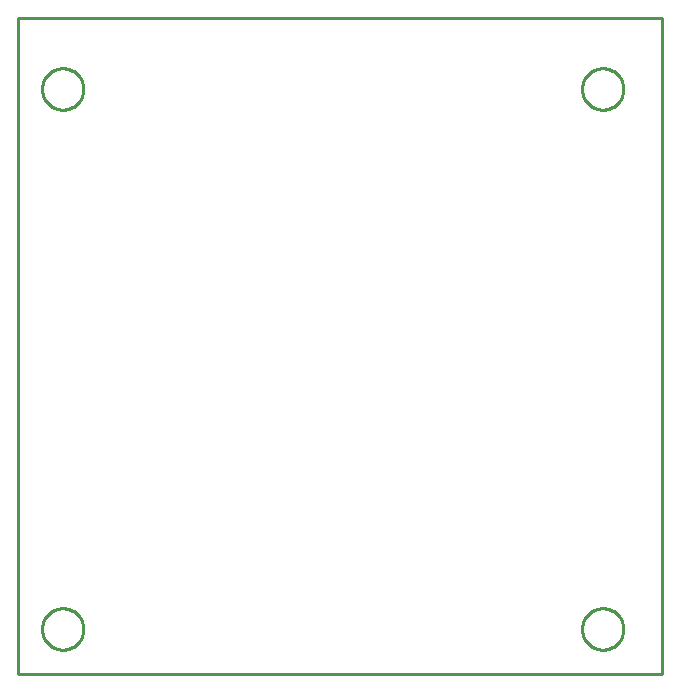
<source format=gbr>
G04 EAGLE Gerber RS-274X export*
G75*
%MOMM*%
%FSLAX34Y34*%
%LPD*%
%IN*%
%IPPOS*%
%AMOC8*
5,1,8,0,0,1.08239X$1,22.5*%
G01*
%ADD10C,0.254000*%


D10*
X0Y0D02*
X545900Y0D01*
X545900Y555500D01*
X0Y555500D01*
X0Y0D01*
X55600Y37527D02*
X55525Y36384D01*
X55376Y35248D01*
X55152Y34124D01*
X54855Y33017D01*
X54487Y31932D01*
X54049Y30874D01*
X53542Y29846D01*
X52969Y28854D01*
X52332Y27901D01*
X51635Y26992D01*
X50879Y26131D01*
X50069Y25321D01*
X49208Y24565D01*
X48299Y23868D01*
X47346Y23231D01*
X46354Y22658D01*
X45326Y22151D01*
X44268Y21713D01*
X43183Y21345D01*
X42076Y21048D01*
X40952Y20825D01*
X39816Y20675D01*
X38673Y20600D01*
X37527Y20600D01*
X36384Y20675D01*
X35248Y20825D01*
X34124Y21048D01*
X33017Y21345D01*
X31932Y21713D01*
X30874Y22151D01*
X29846Y22658D01*
X28854Y23231D01*
X27901Y23868D01*
X26992Y24565D01*
X26131Y25321D01*
X25321Y26131D01*
X24565Y26992D01*
X23868Y27901D01*
X23231Y28854D01*
X22658Y29846D01*
X22151Y30874D01*
X21713Y31932D01*
X21345Y33017D01*
X21048Y34124D01*
X20825Y35248D01*
X20675Y36384D01*
X20600Y37527D01*
X20600Y38673D01*
X20675Y39816D01*
X20825Y40952D01*
X21048Y42076D01*
X21345Y43183D01*
X21713Y44268D01*
X22151Y45326D01*
X22658Y46354D01*
X23231Y47346D01*
X23868Y48299D01*
X24565Y49208D01*
X25321Y50069D01*
X26131Y50879D01*
X26992Y51635D01*
X27901Y52332D01*
X28854Y52969D01*
X29846Y53542D01*
X30874Y54049D01*
X31932Y54487D01*
X33017Y54855D01*
X34124Y55152D01*
X35248Y55376D01*
X36384Y55525D01*
X37527Y55600D01*
X38673Y55600D01*
X39816Y55525D01*
X40952Y55376D01*
X42076Y55152D01*
X43183Y54855D01*
X44268Y54487D01*
X45326Y54049D01*
X46354Y53542D01*
X47346Y52969D01*
X48299Y52332D01*
X49208Y51635D01*
X50069Y50879D01*
X50879Y50069D01*
X51635Y49208D01*
X52332Y48299D01*
X52969Y47346D01*
X53542Y46354D01*
X54049Y45326D01*
X54487Y44268D01*
X54855Y43183D01*
X55152Y42076D01*
X55376Y40952D01*
X55525Y39816D01*
X55600Y38673D01*
X55600Y37527D01*
X512800Y37527D02*
X512725Y36384D01*
X512576Y35248D01*
X512352Y34124D01*
X512055Y33017D01*
X511687Y31932D01*
X511249Y30874D01*
X510742Y29846D01*
X510169Y28854D01*
X509532Y27901D01*
X508835Y26992D01*
X508079Y26131D01*
X507269Y25321D01*
X506408Y24565D01*
X505499Y23868D01*
X504546Y23231D01*
X503554Y22658D01*
X502526Y22151D01*
X501468Y21713D01*
X500383Y21345D01*
X499276Y21048D01*
X498152Y20825D01*
X497016Y20675D01*
X495873Y20600D01*
X494727Y20600D01*
X493584Y20675D01*
X492448Y20825D01*
X491324Y21048D01*
X490217Y21345D01*
X489132Y21713D01*
X488074Y22151D01*
X487046Y22658D01*
X486054Y23231D01*
X485101Y23868D01*
X484192Y24565D01*
X483331Y25321D01*
X482521Y26131D01*
X481765Y26992D01*
X481068Y27901D01*
X480431Y28854D01*
X479858Y29846D01*
X479351Y30874D01*
X478913Y31932D01*
X478545Y33017D01*
X478248Y34124D01*
X478025Y35248D01*
X477875Y36384D01*
X477800Y37527D01*
X477800Y38673D01*
X477875Y39816D01*
X478025Y40952D01*
X478248Y42076D01*
X478545Y43183D01*
X478913Y44268D01*
X479351Y45326D01*
X479858Y46354D01*
X480431Y47346D01*
X481068Y48299D01*
X481765Y49208D01*
X482521Y50069D01*
X483331Y50879D01*
X484192Y51635D01*
X485101Y52332D01*
X486054Y52969D01*
X487046Y53542D01*
X488074Y54049D01*
X489132Y54487D01*
X490217Y54855D01*
X491324Y55152D01*
X492448Y55376D01*
X493584Y55525D01*
X494727Y55600D01*
X495873Y55600D01*
X497016Y55525D01*
X498152Y55376D01*
X499276Y55152D01*
X500383Y54855D01*
X501468Y54487D01*
X502526Y54049D01*
X503554Y53542D01*
X504546Y52969D01*
X505499Y52332D01*
X506408Y51635D01*
X507269Y50879D01*
X508079Y50069D01*
X508835Y49208D01*
X509532Y48299D01*
X510169Y47346D01*
X510742Y46354D01*
X511249Y45326D01*
X511687Y44268D01*
X512055Y43183D01*
X512352Y42076D01*
X512576Y40952D01*
X512725Y39816D01*
X512800Y38673D01*
X512800Y37527D01*
X512800Y494727D02*
X512725Y493584D01*
X512576Y492448D01*
X512352Y491324D01*
X512055Y490217D01*
X511687Y489132D01*
X511249Y488074D01*
X510742Y487046D01*
X510169Y486054D01*
X509532Y485101D01*
X508835Y484192D01*
X508079Y483331D01*
X507269Y482521D01*
X506408Y481765D01*
X505499Y481068D01*
X504546Y480431D01*
X503554Y479858D01*
X502526Y479351D01*
X501468Y478913D01*
X500383Y478545D01*
X499276Y478248D01*
X498152Y478025D01*
X497016Y477875D01*
X495873Y477800D01*
X494727Y477800D01*
X493584Y477875D01*
X492448Y478025D01*
X491324Y478248D01*
X490217Y478545D01*
X489132Y478913D01*
X488074Y479351D01*
X487046Y479858D01*
X486054Y480431D01*
X485101Y481068D01*
X484192Y481765D01*
X483331Y482521D01*
X482521Y483331D01*
X481765Y484192D01*
X481068Y485101D01*
X480431Y486054D01*
X479858Y487046D01*
X479351Y488074D01*
X478913Y489132D01*
X478545Y490217D01*
X478248Y491324D01*
X478025Y492448D01*
X477875Y493584D01*
X477800Y494727D01*
X477800Y495873D01*
X477875Y497016D01*
X478025Y498152D01*
X478248Y499276D01*
X478545Y500383D01*
X478913Y501468D01*
X479351Y502526D01*
X479858Y503554D01*
X480431Y504546D01*
X481068Y505499D01*
X481765Y506408D01*
X482521Y507269D01*
X483331Y508079D01*
X484192Y508835D01*
X485101Y509532D01*
X486054Y510169D01*
X487046Y510742D01*
X488074Y511249D01*
X489132Y511687D01*
X490217Y512055D01*
X491324Y512352D01*
X492448Y512576D01*
X493584Y512725D01*
X494727Y512800D01*
X495873Y512800D01*
X497016Y512725D01*
X498152Y512576D01*
X499276Y512352D01*
X500383Y512055D01*
X501468Y511687D01*
X502526Y511249D01*
X503554Y510742D01*
X504546Y510169D01*
X505499Y509532D01*
X506408Y508835D01*
X507269Y508079D01*
X508079Y507269D01*
X508835Y506408D01*
X509532Y505499D01*
X510169Y504546D01*
X510742Y503554D01*
X511249Y502526D01*
X511687Y501468D01*
X512055Y500383D01*
X512352Y499276D01*
X512576Y498152D01*
X512725Y497016D01*
X512800Y495873D01*
X512800Y494727D01*
X55600Y494727D02*
X55525Y493584D01*
X55376Y492448D01*
X55152Y491324D01*
X54855Y490217D01*
X54487Y489132D01*
X54049Y488074D01*
X53542Y487046D01*
X52969Y486054D01*
X52332Y485101D01*
X51635Y484192D01*
X50879Y483331D01*
X50069Y482521D01*
X49208Y481765D01*
X48299Y481068D01*
X47346Y480431D01*
X46354Y479858D01*
X45326Y479351D01*
X44268Y478913D01*
X43183Y478545D01*
X42076Y478248D01*
X40952Y478025D01*
X39816Y477875D01*
X38673Y477800D01*
X37527Y477800D01*
X36384Y477875D01*
X35248Y478025D01*
X34124Y478248D01*
X33017Y478545D01*
X31932Y478913D01*
X30874Y479351D01*
X29846Y479858D01*
X28854Y480431D01*
X27901Y481068D01*
X26992Y481765D01*
X26131Y482521D01*
X25321Y483331D01*
X24565Y484192D01*
X23868Y485101D01*
X23231Y486054D01*
X22658Y487046D01*
X22151Y488074D01*
X21713Y489132D01*
X21345Y490217D01*
X21048Y491324D01*
X20825Y492448D01*
X20675Y493584D01*
X20600Y494727D01*
X20600Y495873D01*
X20675Y497016D01*
X20825Y498152D01*
X21048Y499276D01*
X21345Y500383D01*
X21713Y501468D01*
X22151Y502526D01*
X22658Y503554D01*
X23231Y504546D01*
X23868Y505499D01*
X24565Y506408D01*
X25321Y507269D01*
X26131Y508079D01*
X26992Y508835D01*
X27901Y509532D01*
X28854Y510169D01*
X29846Y510742D01*
X30874Y511249D01*
X31932Y511687D01*
X33017Y512055D01*
X34124Y512352D01*
X35248Y512576D01*
X36384Y512725D01*
X37527Y512800D01*
X38673Y512800D01*
X39816Y512725D01*
X40952Y512576D01*
X42076Y512352D01*
X43183Y512055D01*
X44268Y511687D01*
X45326Y511249D01*
X46354Y510742D01*
X47346Y510169D01*
X48299Y509532D01*
X49208Y508835D01*
X50069Y508079D01*
X50879Y507269D01*
X51635Y506408D01*
X52332Y505499D01*
X52969Y504546D01*
X53542Y503554D01*
X54049Y502526D01*
X54487Y501468D01*
X54855Y500383D01*
X55152Y499276D01*
X55376Y498152D01*
X55525Y497016D01*
X55600Y495873D01*
X55600Y494727D01*
M02*

</source>
